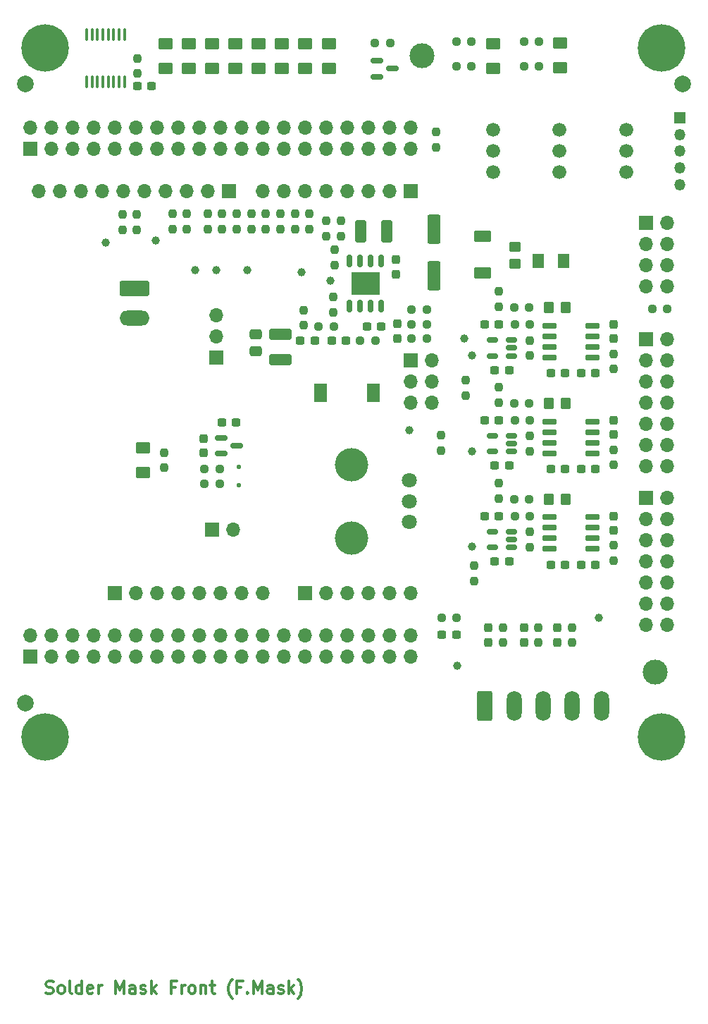
<source format=gbr>
G04 #@! TF.GenerationSoftware,KiCad,Pcbnew,9.0.3*
G04 #@! TF.CreationDate,2026-02-18T15:21:07+00:00*
G04 #@! TF.ProjectId,nevb_mtr1_c_1,6e657662-5f6d-4747-9231-5f635f312e6b,01*
G04 #@! TF.SameCoordinates,Original*
G04 #@! TF.FileFunction,Soldermask,Top*
G04 #@! TF.FilePolarity,Negative*
%FSLAX46Y46*%
G04 Gerber Fmt 4.6, Leading zero omitted, Abs format (unit mm)*
G04 Created by KiCad (PCBNEW 9.0.3) date 2026-02-18 15:21:07*
%MOMM*%
%LPD*%
G01*
G04 APERTURE LIST*
G04 Aperture macros list*
%AMRoundRect*
0 Rectangle with rounded corners*
0 $1 Rounding radius*
0 $2 $3 $4 $5 $6 $7 $8 $9 X,Y pos of 4 corners*
0 Add a 4 corners polygon primitive as box body*
4,1,4,$2,$3,$4,$5,$6,$7,$8,$9,$2,$3,0*
0 Add four circle primitives for the rounded corners*
1,1,$1+$1,$2,$3*
1,1,$1+$1,$4,$5*
1,1,$1+$1,$6,$7*
1,1,$1+$1,$8,$9*
0 Add four rect primitives between the rounded corners*
20,1,$1+$1,$2,$3,$4,$5,0*
20,1,$1+$1,$4,$5,$6,$7,0*
20,1,$1+$1,$6,$7,$8,$9,0*
20,1,$1+$1,$8,$9,$2,$3,0*%
G04 Aperture macros list end*
%ADD10C,0.300000*%
%ADD11C,1.676400*%
%ADD12R,1.600000X2.200000*%
%ADD13RoundRect,0.250001X-0.624999X0.462499X-0.624999X-0.462499X0.624999X-0.462499X0.624999X0.462499X0*%
%ADD14RoundRect,0.250001X0.624999X-0.462499X0.624999X0.462499X-0.624999X0.462499X-0.624999X-0.462499X0*%
%ADD15RoundRect,0.237500X0.250000X0.237500X-0.250000X0.237500X-0.250000X-0.237500X0.250000X-0.237500X0*%
%ADD16RoundRect,0.150000X0.725000X0.150000X-0.725000X0.150000X-0.725000X-0.150000X0.725000X-0.150000X0*%
%ADD17RoundRect,0.237500X-0.237500X0.250000X-0.237500X-0.250000X0.237500X-0.250000X0.237500X0.250000X0*%
%ADD18C,5.700000*%
%ADD19RoundRect,0.250001X0.462499X0.624999X-0.462499X0.624999X-0.462499X-0.624999X0.462499X-0.624999X0*%
%ADD20RoundRect,0.237500X0.237500X-0.250000X0.237500X0.250000X-0.237500X0.250000X-0.237500X-0.250000X0*%
%ADD21RoundRect,0.150000X0.512500X0.150000X-0.512500X0.150000X-0.512500X-0.150000X0.512500X-0.150000X0*%
%ADD22R,1.700000X1.700000*%
%ADD23O,1.700000X1.700000*%
%ADD24RoundRect,0.150000X-0.587500X-0.150000X0.587500X-0.150000X0.587500X0.150000X-0.587500X0.150000X0*%
%ADD25RoundRect,0.250000X-1.550000X0.650000X-1.550000X-0.650000X1.550000X-0.650000X1.550000X0.650000X0*%
%ADD26O,3.600000X1.800000*%
%ADD27RoundRect,0.237500X0.237500X-0.300000X0.237500X0.300000X-0.237500X0.300000X-0.237500X-0.300000X0*%
%ADD28RoundRect,0.237500X0.300000X0.237500X-0.300000X0.237500X-0.300000X-0.237500X0.300000X-0.237500X0*%
%ADD29C,1.000000*%
%ADD30C,3.000000*%
%ADD31RoundRect,0.250000X-0.350000X-0.450000X0.350000X-0.450000X0.350000X0.450000X-0.350000X0.450000X0*%
%ADD32RoundRect,0.250000X0.475000X-0.337500X0.475000X0.337500X-0.475000X0.337500X-0.475000X-0.337500X0*%
%ADD33RoundRect,0.100000X-0.100000X0.637500X-0.100000X-0.637500X0.100000X-0.637500X0.100000X0.637500X0*%
%ADD34C,2.000000*%
%ADD35RoundRect,0.250000X-0.650000X-1.550000X0.650000X-1.550000X0.650000X1.550000X-0.650000X1.550000X0*%
%ADD36O,1.800000X3.600000*%
%ADD37RoundRect,0.237500X-0.300000X-0.237500X0.300000X-0.237500X0.300000X0.237500X-0.300000X0.237500X0*%
%ADD38RoundRect,0.237500X-0.250000X-0.237500X0.250000X-0.237500X0.250000X0.237500X-0.250000X0.237500X0*%
%ADD39C,4.000000*%
%ADD40C,1.800000*%
%ADD41RoundRect,0.250000X-0.550000X1.500000X-0.550000X-1.500000X0.550000X-1.500000X0.550000X1.500000X0*%
%ADD42RoundRect,0.250000X-1.100000X0.412500X-1.100000X-0.412500X1.100000X-0.412500X1.100000X0.412500X0*%
%ADD43RoundRect,0.250000X-0.450000X0.350000X-0.450000X-0.350000X0.450000X-0.350000X0.450000X0.350000X0*%
%ADD44RoundRect,0.125000X0.125000X-0.125000X0.125000X0.125000X-0.125000X0.125000X-0.125000X-0.125000X0*%
%ADD45RoundRect,0.237500X-0.237500X0.300000X-0.237500X-0.300000X0.237500X-0.300000X0.237500X0.300000X0*%
%ADD46RoundRect,0.250000X0.412500X1.100000X-0.412500X1.100000X-0.412500X-1.100000X0.412500X-1.100000X0*%
%ADD47RoundRect,0.150000X-0.150000X0.625000X-0.150000X-0.625000X0.150000X-0.625000X0.150000X0.625000X0*%
%ADD48R,3.400000X2.710000*%
%ADD49RoundRect,0.250000X-0.800000X0.450000X-0.800000X-0.450000X0.800000X-0.450000X0.800000X0.450000X0*%
%ADD50R,1.350000X1.350000*%
%ADD51O,1.350000X1.350000*%
G04 APERTURE END LIST*
D10*
X60935082Y-154669400D02*
X61149368Y-154740828D01*
X61149368Y-154740828D02*
X61506510Y-154740828D01*
X61506510Y-154740828D02*
X61649368Y-154669400D01*
X61649368Y-154669400D02*
X61720796Y-154597971D01*
X61720796Y-154597971D02*
X61792225Y-154455114D01*
X61792225Y-154455114D02*
X61792225Y-154312257D01*
X61792225Y-154312257D02*
X61720796Y-154169400D01*
X61720796Y-154169400D02*
X61649368Y-154097971D01*
X61649368Y-154097971D02*
X61506510Y-154026542D01*
X61506510Y-154026542D02*
X61220796Y-153955114D01*
X61220796Y-153955114D02*
X61077939Y-153883685D01*
X61077939Y-153883685D02*
X61006510Y-153812257D01*
X61006510Y-153812257D02*
X60935082Y-153669400D01*
X60935082Y-153669400D02*
X60935082Y-153526542D01*
X60935082Y-153526542D02*
X61006510Y-153383685D01*
X61006510Y-153383685D02*
X61077939Y-153312257D01*
X61077939Y-153312257D02*
X61220796Y-153240828D01*
X61220796Y-153240828D02*
X61577939Y-153240828D01*
X61577939Y-153240828D02*
X61792225Y-153312257D01*
X62649367Y-154740828D02*
X62506510Y-154669400D01*
X62506510Y-154669400D02*
X62435081Y-154597971D01*
X62435081Y-154597971D02*
X62363653Y-154455114D01*
X62363653Y-154455114D02*
X62363653Y-154026542D01*
X62363653Y-154026542D02*
X62435081Y-153883685D01*
X62435081Y-153883685D02*
X62506510Y-153812257D01*
X62506510Y-153812257D02*
X62649367Y-153740828D01*
X62649367Y-153740828D02*
X62863653Y-153740828D01*
X62863653Y-153740828D02*
X63006510Y-153812257D01*
X63006510Y-153812257D02*
X63077939Y-153883685D01*
X63077939Y-153883685D02*
X63149367Y-154026542D01*
X63149367Y-154026542D02*
X63149367Y-154455114D01*
X63149367Y-154455114D02*
X63077939Y-154597971D01*
X63077939Y-154597971D02*
X63006510Y-154669400D01*
X63006510Y-154669400D02*
X62863653Y-154740828D01*
X62863653Y-154740828D02*
X62649367Y-154740828D01*
X64006510Y-154740828D02*
X63863653Y-154669400D01*
X63863653Y-154669400D02*
X63792224Y-154526542D01*
X63792224Y-154526542D02*
X63792224Y-153240828D01*
X65220796Y-154740828D02*
X65220796Y-153240828D01*
X65220796Y-154669400D02*
X65077938Y-154740828D01*
X65077938Y-154740828D02*
X64792224Y-154740828D01*
X64792224Y-154740828D02*
X64649367Y-154669400D01*
X64649367Y-154669400D02*
X64577938Y-154597971D01*
X64577938Y-154597971D02*
X64506510Y-154455114D01*
X64506510Y-154455114D02*
X64506510Y-154026542D01*
X64506510Y-154026542D02*
X64577938Y-153883685D01*
X64577938Y-153883685D02*
X64649367Y-153812257D01*
X64649367Y-153812257D02*
X64792224Y-153740828D01*
X64792224Y-153740828D02*
X65077938Y-153740828D01*
X65077938Y-153740828D02*
X65220796Y-153812257D01*
X66506510Y-154669400D02*
X66363653Y-154740828D01*
X66363653Y-154740828D02*
X66077939Y-154740828D01*
X66077939Y-154740828D02*
X65935081Y-154669400D01*
X65935081Y-154669400D02*
X65863653Y-154526542D01*
X65863653Y-154526542D02*
X65863653Y-153955114D01*
X65863653Y-153955114D02*
X65935081Y-153812257D01*
X65935081Y-153812257D02*
X66077939Y-153740828D01*
X66077939Y-153740828D02*
X66363653Y-153740828D01*
X66363653Y-153740828D02*
X66506510Y-153812257D01*
X66506510Y-153812257D02*
X66577939Y-153955114D01*
X66577939Y-153955114D02*
X66577939Y-154097971D01*
X66577939Y-154097971D02*
X65863653Y-154240828D01*
X67220795Y-154740828D02*
X67220795Y-153740828D01*
X67220795Y-154026542D02*
X67292224Y-153883685D01*
X67292224Y-153883685D02*
X67363653Y-153812257D01*
X67363653Y-153812257D02*
X67506510Y-153740828D01*
X67506510Y-153740828D02*
X67649367Y-153740828D01*
X69292223Y-154740828D02*
X69292223Y-153240828D01*
X69292223Y-153240828D02*
X69792223Y-154312257D01*
X69792223Y-154312257D02*
X70292223Y-153240828D01*
X70292223Y-153240828D02*
X70292223Y-154740828D01*
X71649367Y-154740828D02*
X71649367Y-153955114D01*
X71649367Y-153955114D02*
X71577938Y-153812257D01*
X71577938Y-153812257D02*
X71435081Y-153740828D01*
X71435081Y-153740828D02*
X71149367Y-153740828D01*
X71149367Y-153740828D02*
X71006509Y-153812257D01*
X71649367Y-154669400D02*
X71506509Y-154740828D01*
X71506509Y-154740828D02*
X71149367Y-154740828D01*
X71149367Y-154740828D02*
X71006509Y-154669400D01*
X71006509Y-154669400D02*
X70935081Y-154526542D01*
X70935081Y-154526542D02*
X70935081Y-154383685D01*
X70935081Y-154383685D02*
X71006509Y-154240828D01*
X71006509Y-154240828D02*
X71149367Y-154169400D01*
X71149367Y-154169400D02*
X71506509Y-154169400D01*
X71506509Y-154169400D02*
X71649367Y-154097971D01*
X72292224Y-154669400D02*
X72435081Y-154740828D01*
X72435081Y-154740828D02*
X72720795Y-154740828D01*
X72720795Y-154740828D02*
X72863652Y-154669400D01*
X72863652Y-154669400D02*
X72935081Y-154526542D01*
X72935081Y-154526542D02*
X72935081Y-154455114D01*
X72935081Y-154455114D02*
X72863652Y-154312257D01*
X72863652Y-154312257D02*
X72720795Y-154240828D01*
X72720795Y-154240828D02*
X72506510Y-154240828D01*
X72506510Y-154240828D02*
X72363652Y-154169400D01*
X72363652Y-154169400D02*
X72292224Y-154026542D01*
X72292224Y-154026542D02*
X72292224Y-153955114D01*
X72292224Y-153955114D02*
X72363652Y-153812257D01*
X72363652Y-153812257D02*
X72506510Y-153740828D01*
X72506510Y-153740828D02*
X72720795Y-153740828D01*
X72720795Y-153740828D02*
X72863652Y-153812257D01*
X73577938Y-154740828D02*
X73577938Y-153240828D01*
X73720796Y-154169400D02*
X74149367Y-154740828D01*
X74149367Y-153740828D02*
X73577938Y-154312257D01*
X76435081Y-153955114D02*
X75935081Y-153955114D01*
X75935081Y-154740828D02*
X75935081Y-153240828D01*
X75935081Y-153240828D02*
X76649367Y-153240828D01*
X77220795Y-154740828D02*
X77220795Y-153740828D01*
X77220795Y-154026542D02*
X77292224Y-153883685D01*
X77292224Y-153883685D02*
X77363653Y-153812257D01*
X77363653Y-153812257D02*
X77506510Y-153740828D01*
X77506510Y-153740828D02*
X77649367Y-153740828D01*
X78363652Y-154740828D02*
X78220795Y-154669400D01*
X78220795Y-154669400D02*
X78149366Y-154597971D01*
X78149366Y-154597971D02*
X78077938Y-154455114D01*
X78077938Y-154455114D02*
X78077938Y-154026542D01*
X78077938Y-154026542D02*
X78149366Y-153883685D01*
X78149366Y-153883685D02*
X78220795Y-153812257D01*
X78220795Y-153812257D02*
X78363652Y-153740828D01*
X78363652Y-153740828D02*
X78577938Y-153740828D01*
X78577938Y-153740828D02*
X78720795Y-153812257D01*
X78720795Y-153812257D02*
X78792224Y-153883685D01*
X78792224Y-153883685D02*
X78863652Y-154026542D01*
X78863652Y-154026542D02*
X78863652Y-154455114D01*
X78863652Y-154455114D02*
X78792224Y-154597971D01*
X78792224Y-154597971D02*
X78720795Y-154669400D01*
X78720795Y-154669400D02*
X78577938Y-154740828D01*
X78577938Y-154740828D02*
X78363652Y-154740828D01*
X79506509Y-153740828D02*
X79506509Y-154740828D01*
X79506509Y-153883685D02*
X79577938Y-153812257D01*
X79577938Y-153812257D02*
X79720795Y-153740828D01*
X79720795Y-153740828D02*
X79935081Y-153740828D01*
X79935081Y-153740828D02*
X80077938Y-153812257D01*
X80077938Y-153812257D02*
X80149367Y-153955114D01*
X80149367Y-153955114D02*
X80149367Y-154740828D01*
X80649367Y-153740828D02*
X81220795Y-153740828D01*
X80863652Y-153240828D02*
X80863652Y-154526542D01*
X80863652Y-154526542D02*
X80935081Y-154669400D01*
X80935081Y-154669400D02*
X81077938Y-154740828D01*
X81077938Y-154740828D02*
X81220795Y-154740828D01*
X83292224Y-155312257D02*
X83220795Y-155240828D01*
X83220795Y-155240828D02*
X83077938Y-155026542D01*
X83077938Y-155026542D02*
X83006510Y-154883685D01*
X83006510Y-154883685D02*
X82935081Y-154669400D01*
X82935081Y-154669400D02*
X82863652Y-154312257D01*
X82863652Y-154312257D02*
X82863652Y-154026542D01*
X82863652Y-154026542D02*
X82935081Y-153669400D01*
X82935081Y-153669400D02*
X83006510Y-153455114D01*
X83006510Y-153455114D02*
X83077938Y-153312257D01*
X83077938Y-153312257D02*
X83220795Y-153097971D01*
X83220795Y-153097971D02*
X83292224Y-153026542D01*
X84363652Y-153955114D02*
X83863652Y-153955114D01*
X83863652Y-154740828D02*
X83863652Y-153240828D01*
X83863652Y-153240828D02*
X84577938Y-153240828D01*
X85149366Y-154597971D02*
X85220795Y-154669400D01*
X85220795Y-154669400D02*
X85149366Y-154740828D01*
X85149366Y-154740828D02*
X85077938Y-154669400D01*
X85077938Y-154669400D02*
X85149366Y-154597971D01*
X85149366Y-154597971D02*
X85149366Y-154740828D01*
X85863652Y-154740828D02*
X85863652Y-153240828D01*
X85863652Y-153240828D02*
X86363652Y-154312257D01*
X86363652Y-154312257D02*
X86863652Y-153240828D01*
X86863652Y-153240828D02*
X86863652Y-154740828D01*
X88220796Y-154740828D02*
X88220796Y-153955114D01*
X88220796Y-153955114D02*
X88149367Y-153812257D01*
X88149367Y-153812257D02*
X88006510Y-153740828D01*
X88006510Y-153740828D02*
X87720796Y-153740828D01*
X87720796Y-153740828D02*
X87577938Y-153812257D01*
X88220796Y-154669400D02*
X88077938Y-154740828D01*
X88077938Y-154740828D02*
X87720796Y-154740828D01*
X87720796Y-154740828D02*
X87577938Y-154669400D01*
X87577938Y-154669400D02*
X87506510Y-154526542D01*
X87506510Y-154526542D02*
X87506510Y-154383685D01*
X87506510Y-154383685D02*
X87577938Y-154240828D01*
X87577938Y-154240828D02*
X87720796Y-154169400D01*
X87720796Y-154169400D02*
X88077938Y-154169400D01*
X88077938Y-154169400D02*
X88220796Y-154097971D01*
X88863653Y-154669400D02*
X89006510Y-154740828D01*
X89006510Y-154740828D02*
X89292224Y-154740828D01*
X89292224Y-154740828D02*
X89435081Y-154669400D01*
X89435081Y-154669400D02*
X89506510Y-154526542D01*
X89506510Y-154526542D02*
X89506510Y-154455114D01*
X89506510Y-154455114D02*
X89435081Y-154312257D01*
X89435081Y-154312257D02*
X89292224Y-154240828D01*
X89292224Y-154240828D02*
X89077939Y-154240828D01*
X89077939Y-154240828D02*
X88935081Y-154169400D01*
X88935081Y-154169400D02*
X88863653Y-154026542D01*
X88863653Y-154026542D02*
X88863653Y-153955114D01*
X88863653Y-153955114D02*
X88935081Y-153812257D01*
X88935081Y-153812257D02*
X89077939Y-153740828D01*
X89077939Y-153740828D02*
X89292224Y-153740828D01*
X89292224Y-153740828D02*
X89435081Y-153812257D01*
X90149367Y-154740828D02*
X90149367Y-153240828D01*
X90292225Y-154169400D02*
X90720796Y-154740828D01*
X90720796Y-153740828D02*
X90149367Y-154312257D01*
X91220796Y-155312257D02*
X91292225Y-155240828D01*
X91292225Y-155240828D02*
X91435082Y-155026542D01*
X91435082Y-155026542D02*
X91506511Y-154883685D01*
X91506511Y-154883685D02*
X91577939Y-154669400D01*
X91577939Y-154669400D02*
X91649368Y-154312257D01*
X91649368Y-154312257D02*
X91649368Y-154026542D01*
X91649368Y-154026542D02*
X91577939Y-153669400D01*
X91577939Y-153669400D02*
X91506511Y-153455114D01*
X91506511Y-153455114D02*
X91435082Y-153312257D01*
X91435082Y-153312257D02*
X91292225Y-153097971D01*
X91292225Y-153097971D02*
X91220796Y-153026542D01*
D11*
X122634000Y-56134000D03*
X122634000Y-53594000D03*
X122634000Y-51054000D03*
X114633000Y-56134000D03*
X114633000Y-53594000D03*
X114633000Y-51054000D03*
X130635000Y-56134000D03*
X130635000Y-53594000D03*
X130635000Y-51054000D03*
D12*
X100304000Y-82614000D03*
X93904000Y-82614000D03*
D13*
X78058500Y-40715000D03*
X78058500Y-43690000D03*
D14*
X72604000Y-92176500D03*
X72604000Y-89201500D03*
D15*
X102258500Y-40656000D03*
X100433500Y-40656000D03*
D16*
X126604000Y-78364000D03*
X126604000Y-77094000D03*
X126604000Y-75824000D03*
X126604000Y-74554000D03*
X121454000Y-74554000D03*
X121454000Y-75824000D03*
X121454000Y-77094000D03*
X121454000Y-78364000D03*
D17*
X92604000Y-61114000D03*
X92604000Y-62939000D03*
D18*
X60833000Y-41180000D03*
D19*
X123091500Y-66810000D03*
X120116500Y-66810000D03*
D13*
X92028500Y-40715000D03*
X92028500Y-43690000D03*
D20*
X75104000Y-91614000D03*
X75104000Y-89789000D03*
D17*
X108354000Y-87701500D03*
X108354000Y-89526500D03*
D21*
X116852000Y-101179000D03*
X116852000Y-100229000D03*
X116852000Y-99279000D03*
X114577000Y-99279000D03*
X114577000Y-101179000D03*
D22*
X82931000Y-58420000D03*
D23*
X80391000Y-58420000D03*
X77851000Y-58420000D03*
X75311000Y-58420000D03*
X72771000Y-58420000D03*
X70231000Y-58420000D03*
X67691000Y-58420000D03*
X65151000Y-58420000D03*
X62611000Y-58420000D03*
X60071000Y-58420000D03*
D24*
X100662500Y-44654000D03*
X102537500Y-43704000D03*
X100662500Y-42754000D03*
D18*
X60833000Y-123920000D03*
D25*
X71604000Y-70114000D03*
D26*
X71604000Y-73614000D03*
D27*
X129177949Y-87626448D03*
X129177949Y-85901448D03*
D28*
X115371000Y-97391500D03*
X113646000Y-97391500D03*
D29*
X81354000Y-67864000D03*
D13*
X94913000Y-40692500D03*
X94913000Y-43667500D03*
D30*
X106121000Y-42180000D03*
D17*
X87354000Y-61114000D03*
X87354000Y-62939000D03*
D15*
X119104000Y-97435000D03*
X117279000Y-97435000D03*
X119104000Y-85935000D03*
X117279000Y-85935000D03*
D31*
X121354000Y-72364000D03*
X123354000Y-72364000D03*
D15*
X120173500Y-40475000D03*
X118348500Y-40475000D03*
D27*
X114104000Y-112564000D03*
X114104000Y-110839000D03*
D32*
X86104000Y-77651500D03*
X86104000Y-75576500D03*
D27*
X103133188Y-76076940D03*
X103133188Y-74351940D03*
D20*
X129177949Y-102764685D03*
X129177949Y-100939685D03*
D33*
X70347000Y-39571500D03*
X69697000Y-39571500D03*
X69047000Y-39571500D03*
X68397000Y-39571500D03*
X67747000Y-39571500D03*
X67097000Y-39571500D03*
X66447000Y-39571500D03*
X65797000Y-39571500D03*
X65797000Y-45296500D03*
X66447000Y-45296500D03*
X67097000Y-45296500D03*
X67747000Y-45296500D03*
X68397000Y-45296500D03*
X69047000Y-45296500D03*
X69697000Y-45296500D03*
X70347000Y-45296500D03*
D20*
X107823000Y-53133000D03*
X107823000Y-51308000D03*
D29*
X112104000Y-78114000D03*
X91604000Y-68114000D03*
X85104000Y-67864000D03*
D34*
X137437000Y-45498000D03*
D20*
X124104000Y-112614000D03*
X124104000Y-110789000D03*
D29*
X110354000Y-115364000D03*
D35*
X113659000Y-120181500D03*
D36*
X117159000Y-120181500D03*
X120659000Y-120181500D03*
X124159000Y-120181500D03*
X127659000Y-120181500D03*
D17*
X95604000Y-65451500D03*
X95604000Y-67276500D03*
D29*
X78854000Y-67864000D03*
D37*
X71891500Y-45774000D03*
X73616500Y-45774000D03*
D22*
X133073000Y-76146000D03*
D23*
X135613000Y-76146000D03*
X133073000Y-78686000D03*
X135613000Y-78686000D03*
X133073000Y-81226000D03*
X135613000Y-81226000D03*
X133073000Y-83766000D03*
X135613000Y-83766000D03*
X133073000Y-86306000D03*
X135613000Y-86306000D03*
X133073000Y-88846000D03*
X135613000Y-88846000D03*
X133073000Y-91386000D03*
X135613000Y-91386000D03*
D29*
X112104000Y-89614000D03*
D20*
X119080500Y-89641500D03*
X119080500Y-87816500D03*
X129177949Y-79764685D03*
X129177949Y-77939685D03*
D38*
X118348500Y-43450000D03*
X120173500Y-43450000D03*
D20*
X82104000Y-62939000D03*
X82104000Y-61114000D03*
D17*
X115354000Y-81951500D03*
X115354000Y-83776500D03*
D31*
X121354000Y-95364000D03*
X123354000Y-95364000D03*
D17*
X85604000Y-61114000D03*
X85604000Y-62939000D03*
D15*
X112045500Y-40438500D03*
X110220500Y-40438500D03*
D34*
X58420000Y-45498000D03*
D37*
X99491500Y-74614000D03*
X101216500Y-74614000D03*
D39*
X97604000Y-100014000D03*
X97604000Y-91214000D03*
D40*
X104604000Y-93114000D03*
X104604000Y-95614000D03*
X104604000Y-98114000D03*
D41*
X107569000Y-62986000D03*
X107569000Y-68586000D03*
D38*
X104854000Y-76114000D03*
X106679000Y-76114000D03*
D15*
X95516500Y-74614000D03*
X93691500Y-74614000D03*
D17*
X89104000Y-61114000D03*
X89104000Y-62939000D03*
D20*
X129177949Y-91264685D03*
X129177949Y-89439685D03*
D13*
X114633000Y-40692500D03*
X114633000Y-43667500D03*
X75264500Y-40715000D03*
X75264500Y-43690000D03*
D22*
X104775000Y-58420000D03*
D23*
X102235000Y-58420000D03*
X99695000Y-58420000D03*
X97155000Y-58420000D03*
X94615000Y-58420000D03*
X92075000Y-58420000D03*
X89535000Y-58420000D03*
X86995000Y-58420000D03*
D28*
X123337759Y-103266843D03*
X121612759Y-103266843D03*
D42*
X89104000Y-75551500D03*
X89104000Y-78676500D03*
D28*
X123337759Y-80266843D03*
X121612759Y-80266843D03*
D38*
X117191500Y-72364000D03*
X119016500Y-72364000D03*
D17*
X115354000Y-70451500D03*
X115354000Y-72276500D03*
D28*
X83793500Y-86172000D03*
X82068500Y-86172000D03*
D27*
X122354000Y-112564000D03*
X122354000Y-110839000D03*
D16*
X126604000Y-89864000D03*
X126604000Y-88594000D03*
X126604000Y-87324000D03*
X126604000Y-86054000D03*
X121454000Y-86054000D03*
X121454000Y-87324000D03*
X121454000Y-88594000D03*
X121454000Y-89864000D03*
D37*
X125216500Y-103266843D03*
X126941500Y-103266843D03*
D38*
X79986500Y-93538000D03*
X81811500Y-93538000D03*
X117191500Y-83864000D03*
X119016500Y-83864000D03*
D28*
X123337759Y-91766843D03*
X121612759Y-91766843D03*
D27*
X129177949Y-99126448D03*
X129177949Y-97401448D03*
D29*
X112104000Y-101114000D03*
D17*
X94604000Y-61951500D03*
X94604000Y-63776500D03*
D38*
X98691500Y-76364000D03*
X100516500Y-76364000D03*
D20*
X119080500Y-78141500D03*
X119080500Y-76316500D03*
D43*
X117281500Y-65114000D03*
X117281500Y-67114000D03*
D37*
X125216500Y-91766843D03*
X126941500Y-91766843D03*
D13*
X89234500Y-40715000D03*
X89234500Y-43690000D03*
D17*
X115354000Y-93451500D03*
X115354000Y-95276500D03*
D28*
X115371000Y-74391500D03*
X113646000Y-74391500D03*
D29*
X104604000Y-87114000D03*
D15*
X106679000Y-72614000D03*
X104854000Y-72614000D03*
D44*
X84104000Y-93726500D03*
X84104000Y-91526500D03*
D38*
X104854000Y-74364000D03*
X106679000Y-74364000D03*
D21*
X116852000Y-78179000D03*
X116852000Y-77229000D03*
X116852000Y-76279000D03*
X114577000Y-76279000D03*
X114577000Y-78179000D03*
D28*
X93216500Y-76364000D03*
X91491500Y-76364000D03*
D20*
X96354000Y-63776500D03*
X96354000Y-61951500D03*
D38*
X133785726Y-72552528D03*
X135610726Y-72552528D03*
D37*
X114854000Y-79864000D03*
X116579000Y-79864000D03*
D29*
X95104000Y-69114000D03*
D45*
X102997000Y-66647000D03*
X102997000Y-68372000D03*
D18*
X134897000Y-41180000D03*
D17*
X71854000Y-61201500D03*
X71854000Y-63026500D03*
D20*
X119080500Y-101141500D03*
X119080500Y-99316500D03*
D29*
X68104000Y-64614000D03*
D20*
X120104000Y-112614000D03*
X120104000Y-110789000D03*
D46*
X101873500Y-63246000D03*
X98748500Y-63246000D03*
D13*
X83646500Y-40715000D03*
X83646500Y-43690000D03*
D20*
X111354000Y-82939000D03*
X111354000Y-81114000D03*
D18*
X134897000Y-123920000D03*
D29*
X74104000Y-64364000D03*
D17*
X80354000Y-61114000D03*
X80354000Y-62939000D03*
D20*
X83854000Y-62939000D03*
X83854000Y-61114000D03*
D24*
X81993500Y-88016000D03*
X81993500Y-89916000D03*
X83868500Y-88966000D03*
D27*
X118354000Y-112564000D03*
X118354000Y-110839000D03*
X129177949Y-76126448D03*
X129177949Y-74401448D03*
D22*
X69215000Y-106680000D03*
D23*
X71755000Y-106680000D03*
X74295000Y-106680000D03*
X76835000Y-106680000D03*
X79375000Y-106680000D03*
X81915000Y-106680000D03*
X84455000Y-106680000D03*
X86995000Y-106680000D03*
D13*
X86440500Y-40715000D03*
X86440500Y-43690000D03*
D27*
X79883000Y-89828500D03*
X79883000Y-88103500D03*
D28*
X115371000Y-85891500D03*
X113646000Y-85891500D03*
D38*
X110220500Y-43413500D03*
X112045500Y-43413500D03*
D17*
X70104000Y-61201500D03*
X70104000Y-63026500D03*
D28*
X96966500Y-76364000D03*
X95241500Y-76364000D03*
D20*
X71914000Y-44286500D03*
X71914000Y-42461500D03*
D13*
X80852500Y-40715000D03*
X80852500Y-43690000D03*
D17*
X77854000Y-61114000D03*
X77854000Y-62939000D03*
D30*
X134104000Y-116114000D03*
D38*
X117191500Y-95364000D03*
X119016500Y-95364000D03*
D15*
X119104000Y-74435000D03*
X117279000Y-74435000D03*
D31*
X121354000Y-83864000D03*
X123354000Y-83864000D03*
D47*
X101209000Y-66764000D03*
X99939000Y-66764000D03*
X98669000Y-66764000D03*
X97399000Y-66764000D03*
X97399000Y-72164000D03*
X98669000Y-72164000D03*
X99939000Y-72164000D03*
X101209000Y-72164000D03*
D48*
X99304000Y-69464000D03*
D15*
X81811500Y-91760000D03*
X79986500Y-91760000D03*
D16*
X126604000Y-101364000D03*
X126604000Y-100094000D03*
X126604000Y-98824000D03*
X126604000Y-97554000D03*
X121454000Y-97554000D03*
X121454000Y-98824000D03*
X121454000Y-100094000D03*
X121454000Y-101364000D03*
D37*
X108491500Y-111614000D03*
X110216500Y-111614000D03*
D20*
X112354000Y-105189000D03*
X112354000Y-103364000D03*
D49*
X113411000Y-63840000D03*
X113411000Y-68240000D03*
D17*
X76104000Y-61114000D03*
X76104000Y-62939000D03*
D29*
X111204000Y-76114000D03*
D22*
X92075000Y-106680000D03*
D23*
X94615000Y-106680000D03*
X97155000Y-106680000D03*
X99695000Y-106680000D03*
X102235000Y-106680000D03*
X104775000Y-106680000D03*
D22*
X80899000Y-99060000D03*
D23*
X83439000Y-99060000D03*
D37*
X125216500Y-80266843D03*
X126941500Y-80266843D03*
D22*
X133073000Y-62176000D03*
D23*
X135613000Y-62176000D03*
X133073000Y-64716000D03*
X135613000Y-64716000D03*
X133073000Y-67256000D03*
X135613000Y-67256000D03*
X133073000Y-69796000D03*
X135613000Y-69796000D03*
D37*
X114854000Y-91364000D03*
X116579000Y-91364000D03*
D21*
X116852000Y-89679000D03*
X116852000Y-88729000D03*
X116852000Y-87779000D03*
X114577000Y-87779000D03*
X114577000Y-89679000D03*
D17*
X95427588Y-71128071D03*
X95427588Y-72953071D03*
D13*
X122713000Y-40647500D03*
X122713000Y-43622500D03*
D34*
X58420000Y-119856000D03*
D29*
X127354000Y-109614000D03*
D22*
X133073000Y-95196000D03*
D23*
X135613000Y-95196000D03*
X133073000Y-97736000D03*
X135613000Y-97736000D03*
X133073000Y-100276000D03*
X135613000Y-100276000D03*
X133073000Y-102816000D03*
X135613000Y-102816000D03*
X133073000Y-105356000D03*
X135613000Y-105356000D03*
X133073000Y-107896000D03*
X135613000Y-107896000D03*
X133073000Y-110436000D03*
X135613000Y-110436000D03*
D37*
X114854000Y-102864000D03*
X116579000Y-102864000D03*
D20*
X90854000Y-62939000D03*
X90854000Y-61114000D03*
X91854000Y-74526500D03*
X91854000Y-72701500D03*
D22*
X81354000Y-78419000D03*
D23*
X81354000Y-75879000D03*
X81354000Y-73339000D03*
D20*
X115854000Y-112614000D03*
X115854000Y-110789000D03*
D15*
X110266500Y-109614000D03*
X108441500Y-109614000D03*
D22*
X59055000Y-53340000D03*
D23*
X59055000Y-50800000D03*
X61595000Y-53340000D03*
X61595000Y-50800000D03*
X64135000Y-53340000D03*
X64135000Y-50800000D03*
X66675000Y-53340000D03*
X66675000Y-50800000D03*
X69215000Y-53340000D03*
X69215000Y-50800000D03*
X71755000Y-53340000D03*
X71755000Y-50800000D03*
X74295000Y-53340000D03*
X74295000Y-50800000D03*
X76835000Y-53340000D03*
X76835000Y-50800000D03*
X79375000Y-53340000D03*
X79375000Y-50800000D03*
X81915000Y-53340000D03*
X81915000Y-50800000D03*
X84455000Y-53340000D03*
X84455000Y-50800000D03*
X86995000Y-53340000D03*
X86995000Y-50800000D03*
X89535000Y-53340000D03*
X89535000Y-50800000D03*
X92075000Y-53340000D03*
X92075000Y-50800000D03*
X94615000Y-53340000D03*
X94615000Y-50800000D03*
X97155000Y-53340000D03*
X97155000Y-50800000D03*
X99695000Y-53340000D03*
X99695000Y-50800000D03*
X102235000Y-53340000D03*
X102235000Y-50800000D03*
X104775000Y-53340000D03*
X104775000Y-50800000D03*
D22*
X59055000Y-114300000D03*
D23*
X59055000Y-111760000D03*
X61595000Y-114300000D03*
X61595000Y-111760000D03*
X64135000Y-114300000D03*
X64135000Y-111760000D03*
X66675000Y-114300000D03*
X66675000Y-111760000D03*
X69215000Y-114300000D03*
X69215000Y-111760000D03*
X71755000Y-114300000D03*
X71755000Y-111760000D03*
X74295000Y-114300000D03*
X74295000Y-111760000D03*
X76835000Y-114300000D03*
X76835000Y-111760000D03*
X79375000Y-114300000D03*
X79375000Y-111760000D03*
X81915000Y-114300000D03*
X81915000Y-111760000D03*
X84455000Y-114300000D03*
X84455000Y-111760000D03*
X86995000Y-114300000D03*
X86995000Y-111760000D03*
X89535000Y-114300000D03*
X89535000Y-111760000D03*
X92075000Y-114300000D03*
X92075000Y-111760000D03*
X94615000Y-114300000D03*
X94615000Y-111760000D03*
X97155000Y-114300000D03*
X97155000Y-111760000D03*
X99695000Y-114300000D03*
X99695000Y-111760000D03*
X102235000Y-114300000D03*
X102235000Y-111760000D03*
X104775000Y-114300000D03*
X104775000Y-111760000D03*
D50*
X137104000Y-49614000D03*
D51*
X137104000Y-51614000D03*
X137104000Y-53614000D03*
X137104000Y-55614000D03*
X137104000Y-57614000D03*
D22*
X104775000Y-78740000D03*
D23*
X107315000Y-78740000D03*
X104775000Y-81280000D03*
X107315000Y-81280000D03*
X104775000Y-83820000D03*
X107315000Y-83820000D03*
M02*

</source>
